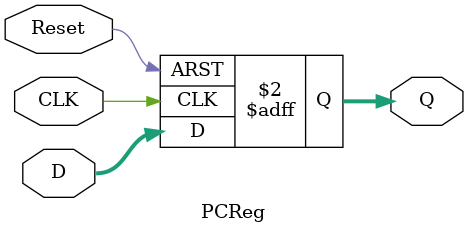
<source format=v>
`timescale 1ns / 1ps


module MIPS32(
    output [31:0] ALURes,
    output [31:0] MemWriteData,
    output MemWriteEN,
    output [31:0] PC,
    input [31:0] ReadData,
    input [31:0] Instr,
    input CLK,
    input RST
    );
  wire RegWriteDataSrc,Branch,ALUSrc,Zero,RegWriteEN,RegWriteAddrSrc,PCSrc,Jump;
  wire[2:0] ALUCtrl;
  wire[4:0] RegWriteAddr;
  wire[31:0] Rs,Rt,RegWriteData;
  wire[31:0] SignImm;
  
  //ÊµÀý»¯Ö÷¿ØÖÆÆ÷
  assign PCSrc = Branch & Zero;
  mainController mainCtrl(ALUCtrl,RegWriteDataSrc,MemWriteEN,Branch,
                    ALUSrc,RegWriteAddrSrc,RegWriteEN,Jump,
                    Instr[31:26],Instr[5:0]);
  
    //ÊµÀý»¯Í¨ÓÃ¼Ä´æÆ÷
    assign RegWriteData = RegWriteDataSrc ? ReadData : ALURes;
    assign RegWriteAddr = RegWriteAddrSrc ? Instr[15:11] : Instr[20:16];
    GPR32 generalPurposeRegister(Rs,Rt,   
            RegWriteData,RegWriteAddr,
            Instr[25:21],Instr[20:16],
            RegWriteEN,CLK,RST);
            
    //ÊµÀý»¯ÓÐ·ûºÅÊýÀ©Õ¹Æ÷
    signExt signedDataExtender(SignImm,Instr[15:0]);
    //ÊµÀý»¯ÓÐ·ûºÅÊý×óÒÆÆ÷
    wire[31:0] signedExtShift2Bits;
    signedShiftLeft #(2,32) signedShiftLeft2Bits(signedExtShift2Bits,SignImm);
    
    //ÊµÀý»¯PC¼Ä´æÆ÷
    wire[31:0] nextPC,PCbranch,PCplus4;
    PCReg pcRegister(PC,nextPC,CLK,RST);
    //ÊµÀý»¯PC×ÔµÝÔö
    assign PCplus4 = PC + 4;
    //ÊµÀý»¯Ö±½ÓÌø×ªµØÖ·¼ÆËãÆ÷
    wire[27:0] directJumpAddr;
    assign directJumpAddr = {PCplus4[31:28],Instr[25:0],2'b00};
    //ÊµÀý»¯nextPCÔ´¿ØÖÆÂß¼­
    assign PCbranch = PCplus4 + signedExtShift2Bits;
    assign nextPC = Jump ? directJumpAddr :(PCSrc ? PCbranch : PCplus4);
    
    //ÊµÀý»¯ALU
    wire[31:0] ALU_data2;
    assign ALU_data2 = ALUSrc? SignImm : Rt;
    ALU alu(ALURes,Zero,
            Rs,ALU_data2,ALUCtrl);
    
endmodule

module PCReg #(parameter width=32)
          (output reg[width-1:0] Q, input[width-1:0] D, input CLK, Reset);
  always @(negedge CLK, posedge Reset) //Ö¸ÁîÖ¸ÕëÔÚÏÂ½µÑØÐÞ¸Ä
    if (Reset) Q <= 0;
    else       Q <= D;
endmodule

</source>
